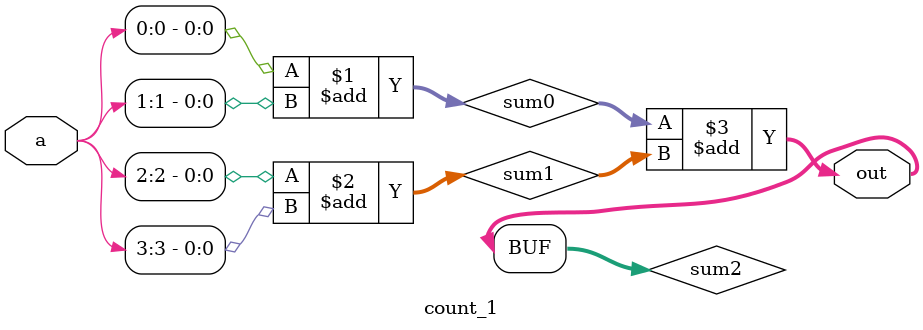
<source format=sv>
module count_1(input  logic [3:0] a,
			output logic [2:0] out);

logic [1:0] sum0, sum1;
logic [2:0] sum2;

assign sum0 = a[0] + a[1];
assign sum1 = a[2] + a[3];
assign sum2 = sum0 + sum1;
assign out = sum2;

endmodule

</source>
